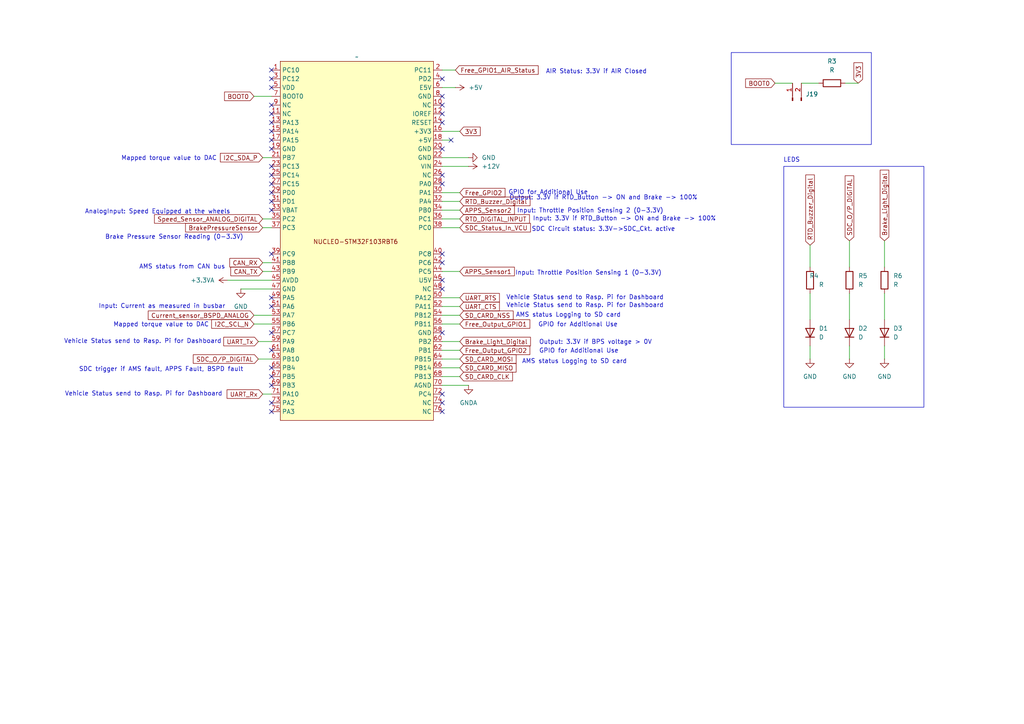
<source format=kicad_sch>
(kicad_sch (version 20231120) (generator "eeschema") (generator_version "8.0")
  (paper "A4")
  (lib_symbols
    (symbol "Connector:Conn_01x02_Pin" (pin_names (offset 1.016) hide)
      (property "Reference" "J" (at 0 2.54 0))
      (property "Value" "Conn_01x02_Pin" (at 0 -5.08 0))
      (symbol "Conn_01x02_Pin_1_1"
        (polyline (pts (xy 1.27 -2.54) (xy 0.8636 -2.54)) (stroke (width 0.1524)))
        (polyline (pts (xy 1.27 0) (xy 0.8636 0)) (stroke (width 0.1524)))
        (rectangle (start 0.8636 -2.413) (end 0 -2.667) (stroke (width 0.1524)) (fill (type outline)))
        (rectangle (start 0.8636 0.127) (end 0 -0.127) (stroke (width 0.1524)) (fill (type outline)))
        (pin passive line (at 5.08 0 180) (length 3.81) (name "Pin_1") (number "1"))
        (pin passive line (at 5.08 -2.54 180) (length 3.81) (name "Pin_2") (number "2"))
      )
    )
    (symbol "Device:D" (pin_numbers hide) (pin_names (offset 1.016) hide)
      (property "Reference" "D" (at 0 2.54 0))
      (property "Value" "D" (at 0 -2.54 0))
      (symbol "D_0_1"
        (polyline (pts (xy -1.27 1.27) (xy -1.27 -1.27)) (stroke (width 0.254)))
        (polyline (pts (xy 1.27 0) (xy -1.27 0)))
        (polyline (pts (xy 1.27 1.27) (xy 1.27 -1.27) (xy -1.27 0) (xy 1.27 1.27)) (stroke (width 0.254)))
      )
      (symbol "D_1_1"
        (pin passive line (at -3.81 0 0) (length 2.54) (name "K") (number "1"))
        (pin passive line (at 3.81 0 180) (length 2.54) (name "A") (number "2"))
      )
    )
    (symbol "Device:R" (pin_numbers hide) (pin_names (offset 0))
      (property "Reference" "R" (at 2.032 0 90))
      (property "Value" "R" (at 0 0 90))
      (symbol "R_0_1"
        (rectangle (start -1.016 -2.54) (end 1.016 2.54) (stroke (width 0.254)))
      )
      (symbol "R_1_1"
        (pin passive line (at 0 3.81 270) (length 1.27) (name "~") (number "1"))
        (pin passive line (at 0 -3.81 90) (length 1.27) (name "~") (number "2"))
      )
    )
    (symbol "STM32F103RBT6_NUCLEO_BOARD:stm32f103rbt6_nucleo_board"
      (property "Reference" "U" (at 0 0 0))
      (symbol "stm32f103rbt6_nucleo_board_1_1"
        (rectangle (start 0 1.27) (end 44.45 -102.87) (fill (type background)))
        (text "NUCLEO-STM32F103RBT6 " (at 22.352 -51.054 0) (effects (font (size 1.27 1.27))))
        (pin input line (at -2.54 -1.27 0) (length 2.54) (name "PC10") (number "1"))
        (pin input line (at 46.99 -11.43 180) (length 2.54) (name "NC") (number "10"))
        (pin input line (at -2.54 -13.97 0) (length 2.54) (name "NC") (number "11"))
        (pin input line (at 46.99 -13.97 180) (length 2.54) (name "IOREF") (number "12"))
        (pin input line (at -2.54 -16.51 0) (length 2.54) (name "PA13") (number "13"))
        (pin input line (at 46.99 -16.51 180) (length 2.54) (name "RESET") (number "14"))
        (pin input line (at -2.54 -19.05 0) (length 2.54) (name "PA14") (number "15"))
        (pin input line (at 46.99 -19.05 180) (length 2.54) (name "+3V3") (number "16"))
        (pin input line (at -2.54 -21.59 0) (length 2.54) (name "PA15") (number "17"))
        (pin input line (at 46.99 -21.59 180) (length 2.54) (name "+5V") (number "18"))
        (pin input line (at -2.54 -24.13 0) (length 2.54) (name "GND") (number "19"))
        (pin input line (at 46.99 -1.27 180) (length 2.54) (name "PC11") (number "2"))
        (pin input line (at 46.99 -24.13 180) (length 2.54) (name "GND") (number "20"))
        (pin input line (at -2.54 -26.67 0) (length 2.54) (name "PB7") (number "21"))
        (pin input line (at 46.99 -26.67 180) (length 2.54) (name "GND") (number "22"))
        (pin input line (at -2.54 -29.21 0) (length 2.54) (name "PC13") (number "23"))
        (pin input line (at 46.99 -29.21 180) (length 2.54) (name "VIN") (number "24"))
        (pin input line (at -2.54 -31.75 0) (length 2.54) (name "PC14") (number "25"))
        (pin input line (at 46.99 -31.75 180) (length 2.54) (name "NC") (number "26"))
        (pin input line (at -2.54 -34.29 0) (length 2.54) (name "PC15") (number "27"))
        (pin input line (at 46.99 -34.29 180) (length 2.54) (name "PA0") (number "28"))
        (pin input line (at -2.54 -36.83 0) (length 2.54) (name "PD0") (number "29"))
        (pin input line (at -2.54 -3.81 0) (length 2.54) (name "PC12") (number "3"))
        (pin input line (at 46.99 -36.83 180) (length 2.54) (name "PA1") (number "30"))
        (pin input line (at -2.54 -39.37 0) (length 2.54) (name "PD1") (number "31"))
        (pin input line (at 46.99 -39.37 180) (length 2.54) (name "PA4") (number "32"))
        (pin input line (at -2.54 -41.91 0) (length 2.54) (name "VBAT") (number "33"))
        (pin input line (at 46.99 -41.91 180) (length 2.54) (name "PB0") (number "34"))
        (pin input line (at -2.54 -44.45 0) (length 2.54) (name "PC2") (number "35"))
        (pin input line (at 46.99 -44.45 180) (length 2.54) (name "PC1") (number "36"))
        (pin input line (at -2.54 -46.99 0) (length 2.54) (name "PC3") (number "37"))
        (pin input line (at 46.99 -46.99 180) (length 2.54) (name "PC0") (number "38"))
        (pin input line (at -2.54 -54.61 0) (length 2.54) (name "PC9") (number "39"))
        (pin input line (at 46.99 -3.81 180) (length 2.54) (name "PD2") (number "4"))
        (pin input line (at 46.99 -54.61 180) (length 2.54) (name "PC8") (number "40"))
        (pin input line (at -2.54 -57.15 0) (length 2.54) (name "PB8") (number "41"))
        (pin input line (at 46.99 -57.15 180) (length 2.54) (name "PC6") (number "42"))
        (pin input line (at -2.54 -59.69 0) (length 2.54) (name "PB9") (number "43"))
        (pin input line (at 46.99 -59.69 180) (length 2.54) (name "PC5") (number "44"))
        (pin input line (at -2.54 -62.23 0) (length 2.54) (name "AVDD") (number "45"))
        (pin input line (at 46.99 -62.23 180) (length 2.54) (name "U5V") (number "46"))
        (pin input line (at -2.54 -64.77 0) (length 2.54) (name "GND") (number "47"))
        (pin input line (at 46.99 -64.77 180) (length 2.54) (name "NC") (number "48"))
        (pin input line (at -2.54 -67.31 0) (length 2.54) (name "PA5") (number "49"))
        (pin input line (at -2.54 -6.35 0) (length 2.54) (name "VDD") (number "5"))
        (pin input line (at 46.99 -67.31 180) (length 2.54) (name "PA12") (number "50"))
        (pin input line (at -2.54 -69.85 0) (length 2.54) (name "PA6") (number "51"))
        (pin input line (at 46.99 -69.85 180) (length 2.54) (name "PA11") (number "52"))
        (pin input line (at -2.54 -72.39 0) (length 2.54) (name "PA7") (number "53"))
        (pin input line (at 46.99 -72.39 180) (length 2.54) (name "PB12") (number "54"))
        (pin input line (at -2.54 -74.93 0) (length 2.54) (name "PB6") (number "55"))
        (pin input line (at 46.99 -74.93 180) (length 2.54) (name "PB11") (number "56"))
        (pin input line (at -2.54 -77.47 0) (length 2.54) (name "PC7") (number "57"))
        (pin input line (at 46.99 -77.47 180) (length 2.54) (name "GND") (number "58"))
        (pin input line (at -2.54 -80.01 0) (length 2.54) (name "PA9") (number "59"))
        (pin input line (at 46.99 -6.35 180) (length 2.54) (name "E5V") (number "6"))
        (pin input line (at 46.99 -80.01 180) (length 2.54) (name "PB2") (number "60"))
        (pin input line (at -2.54 -82.55 0) (length 2.54) (name "PA8") (number "61"))
        (pin input line (at 46.99 -82.55 180) (length 2.54) (name "PB1") (number "62"))
        (pin input line (at -2.54 -85.09 0) (length 2.54) (name "PB10") (number "63"))
        (pin input line (at 46.99 -85.09 180) (length 2.54) (name "PB15") (number "64"))
        (pin input line (at -2.54 -87.63 0) (length 2.54) (name "PB4") (number "65"))
        (pin input line (at 46.99 -87.63 180) (length 2.54) (name "PB14") (number "66"))
        (pin input line (at -2.54 -90.17 0) (length 2.54) (name "PB5") (number "67"))
        (pin input line (at 46.99 -90.17 180) (length 2.54) (name "PB13") (number "68"))
        (pin input line (at -2.54 -92.71 0) (length 2.54) (name "PB3") (number "69"))
        (pin input line (at -2.54 -8.89 0) (length 2.54) (name "BOOT0") (number "7"))
        (pin input line (at 46.99 -92.71 180) (length 2.54) (name "AGND") (number "70"))
        (pin input line (at -2.54 -95.25 0) (length 2.54) (name "PA10") (number "71"))
        (pin input line (at 46.99 -95.25 180) (length 2.54) (name "PC4") (number "72"))
        (pin input line (at -2.54 -97.79 0) (length 2.54) (name "PA2") (number "73"))
        (pin input line (at 46.99 -97.79 180) (length 2.54) (name "NC") (number "74"))
        (pin input line (at -2.54 -100.33 0) (length 2.54) (name "PA3") (number "75"))
        (pin input line (at 46.99 -100.33 180) (length 2.54) (name "NC") (number "76"))
        (pin input line (at 46.99 -8.89 180) (length 2.54) (name "GND") (number "8"))
        (pin input line (at -2.54 -11.43 0) (length 2.54) (name "NC") (number "9"))
      )
    )
    (symbol "power:+12V" (power) (pin_numbers hide) (pin_names (offset 0) hide)
      (property "Value" "+12V" (at 0 3.556 0))
      (symbol "+12V_0_1"
        (polyline (pts (xy -0.762 1.27) (xy 0 2.54)))
        (polyline (pts (xy 0 0) (xy 0 2.54)))
        (polyline (pts (xy 0 2.54) (xy 0.762 1.27)))
      )
      (symbol "+12V_1_1"
        (pin power_in line (at 0 0 90) (length 0) (name "~") (number "1"))
      )
    )
    (symbol "power:+3.3VA" (power) (pin_numbers hide) (pin_names (offset 0) hide)
      (property "Value" "+3.3VA" (at 0 3.556 0))
      (symbol "+3.3VA_0_1"
        (polyline (pts (xy -0.762 1.27) (xy 0 2.54)))
        (polyline (pts (xy 0 0) (xy 0 2.54)))
        (polyline (pts (xy 0 2.54) (xy 0.762 1.27)))
      )
      (symbol "+3.3VA_1_1"
        (pin power_in line (at 0 0 90) (length 0) (name "~") (number "1"))
      )
    )
    (symbol "power:+5V" (power) (pin_numbers hide) (pin_names (offset 0) hide)
      (property "Value" "+5V" (at 0 3.556 0))
      (symbol "+5V_0_1"
        (polyline (pts (xy -0.762 1.27) (xy 0 2.54)))
        (polyline (pts (xy 0 0) (xy 0 2.54)))
        (polyline (pts (xy 0 2.54) (xy 0.762 1.27)))
      )
      (symbol "+5V_1_1"
        (pin power_in line (at 0 0 90) (length 0) (name "~") (number "1"))
      )
    )
    (symbol "power:GND" (power) (pin_numbers hide) (pin_names (offset 0) hide)
      (property "Value" "GND" (at 0 -3.81 0))
      (symbol "GND_0_1"
        (polyline (pts (xy 0 0) (xy 0 -1.27) (xy 1.27 -1.27) (xy 0 -2.54) (xy -1.27 -1.27) (xy 0 -1.27)))
      )
      (symbol "GND_1_1"
        (pin power_in line (at 0 0 270) (length 0) (name "~") (number "1"))
      )
    )
    (symbol "power:GNDA" (power) (pin_numbers hide) (pin_names (offset 0) hide)
      (property "Value" "GNDA" (at 0 -3.81 0))
      (symbol "GNDA_0_1"
        (polyline (pts (xy 0 0) (xy 0 -1.27) (xy 1.27 -1.27) (xy 0 -2.54) (xy -1.27 -1.27) (xy 0 -1.27)))
      )
      (symbol "GNDA_1_1"
        (pin power_in line (at 0 0 270) (length 0) (name "~") (number "1"))
      )
    )
  )
  (no_connect (at 78.74 48.26))
  (no_connect (at 78.74 109.22))
  (no_connect (at 128.27 30.48))
  (no_connect (at 78.74 43.18))
  (no_connect (at 78.74 96.52))
  (no_connect (at 78.74 101.6))
  (no_connect (at 128.27 33.02))
  (no_connect (at 128.27 76.2))
  (no_connect (at 78.74 38.1))
  (no_connect (at 78.74 88.9))
  (no_connect (at 128.27 81.28))
  (no_connect (at 78.74 20.32))
  (no_connect (at 128.27 35.56))
  (no_connect (at 128.27 73.66))
  (no_connect (at 78.74 35.56))
  (no_connect (at 78.74 40.64))
  (no_connect (at 78.74 55.88))
  (no_connect (at 128.27 119.38))
  (no_connect (at 78.74 25.4))
  (no_connect (at 78.74 30.48))
  (no_connect (at 78.74 73.66))
  (no_connect (at 78.74 111.76))
  (no_connect (at 78.74 106.68))
  (no_connect (at 128.27 27.94))
  (no_connect (at 78.74 53.34))
  (no_connect (at 128.27 53.34))
  (no_connect (at 78.74 50.8))
  (no_connect (at 78.74 119.38))
  (no_connect (at 128.27 50.8))
  (no_connect (at 78.74 58.42))
  (no_connect (at 128.27 116.84))
  (no_connect (at 128.27 96.52))
  (no_connect (at 78.74 86.36))
  (no_connect (at 128.27 114.3))
  (no_connect (at 78.74 60.96))
  (no_connect (at 128.27 22.86))
  (no_connect (at 130.81 40.64))
  (no_connect (at 128.27 83.82))
  (no_connect (at 78.74 116.84))
  (no_connect (at 78.74 33.02))
  (no_connect (at 78.74 22.86))
  (no_connect (at 128.27 43.18))
  (wire (pts (xy 76.2 45.72) (xy 78.74 45.72)))
  (wire (pts (xy 128.27 66.04) (xy 133.35 66.04)))
  (wire (pts (xy 76.2 114.3) (xy 78.74 114.3)))
  (wire (pts (xy 232.41 24.13) (xy 237.49 24.13)))
  (wire (pts (xy 76.2 76.2) (xy 78.74 76.2)))
  (wire (pts (xy 128.27 78.74) (xy 133.35 78.74)))
  (wire (pts (xy 234.95 100.33) (xy 234.95 104.14)))
  (wire (pts (xy 128.27 101.6) (xy 133.35 101.6)))
  (wire (pts (xy 128.27 48.26) (xy 135.89 48.26)))
  (wire (pts (xy 245.11 24.13) (xy 248.92 24.13)))
  (wire (pts (xy 69.85 83.82) (xy 78.74 83.82)))
  (wire (pts (xy 128.27 40.64) (xy 130.81 40.64)))
  (wire (pts (xy 128.27 25.4) (xy 132.08 25.4)))
  (wire (pts (xy 128.27 55.88) (xy 133.35 55.88)))
  (wire (pts (xy 66.04 81.28) (xy 78.74 81.28)))
  (wire (pts (xy 246.38 100.33) (xy 246.38 104.14)))
  (wire (pts (xy 73.66 27.94) (xy 78.74 27.94)))
  (wire (pts (xy 234.95 85.09) (xy 234.95 92.71)))
  (wire (pts (xy 128.27 99.06) (xy 133.35 99.06)))
  (wire (pts (xy 128.27 91.44) (xy 133.35 91.44)))
  (wire (pts (xy 128.27 45.72) (xy 135.89 45.72)))
  (wire (pts (xy 128.27 60.96) (xy 133.35 60.96)))
  (wire (pts (xy 246.38 69.85) (xy 246.38 77.47)))
  (wire (pts (xy 76.2 78.74) (xy 78.74 78.74)))
  (wire (pts (xy 128.27 86.36) (xy 133.35 86.36)))
  (wire (pts (xy 256.54 69.85) (xy 256.54 77.47)))
  (wire (pts (xy 128.27 63.5) (xy 133.35 63.5)))
  (wire (pts (xy 128.27 20.32) (xy 132.08 20.32)))
  (wire (pts (xy 256.54 85.09) (xy 256.54 92.71)))
  (wire (pts (xy 246.38 85.09) (xy 246.38 92.71)))
  (wire (pts (xy 73.66 91.44) (xy 78.74 91.44)))
  (wire (pts (xy 128.27 38.1) (xy 133.35 38.1)))
  (wire (pts (xy 74.93 104.14) (xy 78.74 104.14)))
  (wire (pts (xy 73.66 93.98) (xy 78.74 93.98)))
  (wire (pts (xy 128.27 111.76) (xy 135.89 111.76)))
  (wire (pts (xy 224.79 24.13) (xy 229.87 24.13)))
  (wire (pts (xy 256.54 100.33) (xy 256.54 104.14)))
  (wire (pts (xy 128.27 88.9) (xy 133.35 88.9)))
  (wire (pts (xy 128.27 93.98) (xy 133.35 93.98)))
  (wire (pts (xy 128.27 106.68) (xy 133.35 106.68)))
  (wire (pts (xy 128.27 109.22) (xy 133.35 109.22)))
  (wire (pts (xy 76.2 66.04) (xy 78.74 66.04)))
  (wire (pts (xy 128.27 104.14) (xy 133.35 104.14)))
  (wire (pts (xy 76.2 63.5) (xy 78.74 63.5)))
  (wire (pts (xy 234.95 71.12) (xy 234.95 77.47)))
  (wire (pts (xy 74.93 99.06) (xy 78.74 99.06)))
  (wire (pts (xy 128.27 58.42) (xy 133.35 58.42)))
  (rectangle (start 212.09 15.24) (end 252.73 41.91))
  (rectangle (start 227.33 48.26) (end 267.97 118.11))
  (text "LEDS" (at 229.616 46.482 0) (effects (font (size 1.27 1.27))))
  (text "Input: Throttle Position Sensing 1 (0-3.3V)" (at 170.688 79.248 0) (effects (font (size 1.27 1.27))))
  (text "GPIO for Additional Use" (at 159.004 55.88 0) (effects (font (size 1.27 1.27))))
  (text "GPIO for Additional Use" (at 167.894 101.854 0) (effects (font (size 1.27 1.27))))
  (text "GPIO for Additional Use" (at 167.64 94.234 0) (effects (font (size 1.27 1.27))))
  (text "AnalogInput: Speed Equipped at the wheels\n" (at 45.72 61.468 0) (effects (font (size 1.27 1.27))))
  (text "Output: 3.3V if RTD_Button -> ON and Brake -> 100%" (at 175.006 57.404 0) (effects (font (size 1.27 1.27))))
  (text "Vehicle Status send to Rasp. Pi for Dashboard" (at 41.656 114.3 0) (effects (font (size 1.27 1.27))))
  (text "Mapped torque value to DAC" (at 46.736 94.234 0) (effects (font (size 1.27 1.27))))
  (text "AMS status from CAN bus\n" (at 52.832 77.47 0) (effects (font (size 1.27 1.27))))
  (text "AMS status Logging to SD card" (at 166.624 104.902 0) (effects (font (size 1.27 1.27))))
  (text "Vehicle Status send to Rasp. Pi for Dashboard" (at 41.402 99.06 0) (effects (font (size 1.27 1.27))))
  (text "Input: Current as measured in busbar\n" (at 46.99 88.9 0) (effects (font (size 1.27 1.27))))
  (text "Input: Throttle Position Sensing 2 (0-3.3V)" (at 171.196 61.214 0) (effects (font (size 1.27 1.27))))
  (text "Output: 3.3V if BPS voltage > 0V" (at 172.72 99.314 0) (effects (font (size 1.27 1.27))))
  (text "AIR Status: 3.3V if AIR Closed" (at 172.974 20.828 0) (effects (font (size 1.27 1.27))))
  (text "Vehicle Status send to Rasp. Pi for Dashboard" (at 169.672 88.646 0) (effects (font (size 1.27 1.27))))
  (text "Vehicle Status send to Rasp. Pi for Dashboard" (at 169.672 86.36 0) (effects (font (size 1.27 1.27))))
  (text "AMS status Logging to SD card" (at 164.846 91.44 0) (effects (font (size 1.27 1.27))))
  (text "SDC trigger if AMS fault, APPS Fault, BSPD fault" (at 46.736 107.188 0) (effects (font (size 1.27 1.27))))
  (text "SDC Circuit status: 3.3V->SDC_Ckt. active" (at 175.006 66.548 0) (effects (font (size 1.27 1.27))))
  (text "Mapped torque value to DAC" (at 49.022 45.974 0) (effects (font (size 1.27 1.27))))
  (text "Brake Pressure Sensor Reading (0-3.3V)\n" (at 50.546 68.834 0) (effects (font (size 1.27 1.27))))
  (text "Input: 3.3V if RTD_Button -> ON and Brake -> 100%" (at 181.102 63.5 0) (effects (font (size 1.27 1.27))))
  (global_label "SD_CARD_CLK" (shape input) (at 133.35 109.22 0) (property "Intersheetrefs" "${INTERSHEET_REFS}" (effects (hide yes))))
  (global_label "UART_RTS" (shape input) (at 133.35 86.36 0) (property "Intersheetrefs" "${INTERSHEET_REFS}" (effects (hide yes))))
  (global_label "CAN_RX" (shape input) (at 76.2 76.2 180) (property "Intersheetrefs" "${INTERSHEET_REFS}" (effects (hide yes))))
  (global_label "I2C_SCL_N" (shape input) (at 73.66 93.98 180) (property "Intersheetrefs" "${INTERSHEET_REFS}" (effects (hide yes))))
  (global_label "Free_Output_GPIO1" (shape input) (at 133.35 93.98 0) (property "Intersheetrefs" "${INTERSHEET_REFS}" (effects (hide yes))))
  (global_label "BrakePressureSensor" (shape input) (at 76.2 66.04 180) (property "Intersheetrefs" "${INTERSHEET_REFS}" (effects (hide yes))))
  (global_label "I2C_SDA_P" (shape input) (at 76.2 45.72 180) (property "Intersheetrefs" "${INTERSHEET_REFS}" (effects (hide yes))))
  (global_label "Free_GPIO2" (shape input) (at 133.35 55.88 0) (property "Intersheetrefs" "${INTERSHEET_REFS}" (effects (hide yes))))
  (global_label "UART_CTS" (shape input) (at 133.35 88.9 0) (property "Intersheetrefs" "${INTERSHEET_REFS}" (effects (hide yes))))
  (global_label "RTD_Buzzer_Digital" (shape input) (at 133.35 58.42 0) (property "Intersheetrefs" "${INTERSHEET_REFS}" (effects (hide yes))))
  (global_label "BOOT0" (shape input) (at 73.66 27.94 180) (property "Intersheetrefs" "${INTERSHEET_REFS}" (effects (hide yes))))
  (global_label "APPS_Sensor1" (shape input) (at 133.35 78.74 0) (property "Intersheetrefs" "${INTERSHEET_REFS}" (effects (hide yes))))
  (global_label "Brake_Light_Digital" (shape input) (at 256.54 69.85 90) (property "Intersheetrefs" "${INTERSHEET_REFS}" (effects (hide yes))))
  (global_label "SD_CARD_MISO" (shape input) (at 133.35 106.68 0) (property "Intersheetrefs" "${INTERSHEET_REFS}" (effects (hide yes))))
  (global_label "Free_GPIO1_AIR_Status" (shape input) (at 132.08 20.32 0) (property "Intersheetrefs" "${INTERSHEET_REFS}" (effects (hide yes))))
  (global_label "Speed_Sensor_ANALOG_DIGITAL" (shape input) (at 76.2 63.5 180) (property "Intersheetrefs" "${INTERSHEET_REFS}" (effects (hide yes))))
  (global_label "SDC_O{slash}P_DIGITAL" (shape input) (at 74.93 104.14 180) (property "Intersheetrefs" "${INTERSHEET_REFS}" (effects (hide yes))))
  (global_label "UART_Rx" (shape input) (at 76.2 114.3 180) (property "Intersheetrefs" "${INTERSHEET_REFS}" (effects (hide yes))))
  (global_label "Free_Output_GPIO2" (shape input) (at 133.35 101.6 0) (property "Intersheetrefs" "${INTERSHEET_REFS}" (effects (hide yes))))
  (global_label "SD_CARD_NSS" (shape input) (at 133.35 91.44 0) (property "Intersheetrefs" "${INTERSHEET_REFS}" (effects (hide yes))))
  (global_label "Current_sensor_BSPD_ANALOG" (shape input) (at 73.66 91.44 180) (property "Intersheetrefs" "${INTERSHEET_REFS}" (effects (hide yes))))
  (global_label "SDC_O{slash}P_DIGITAL" (shape input) (at 246.38 69.85 90) (property "Intersheetrefs" "${INTERSHEET_REFS}" (effects (hide yes))))
  (global_label "3V3" (shape input) (at 133.35 38.1 0) (property "Intersheetrefs" "${INTERSHEET_REFS}" (effects (hide yes))))
  (global_label "UART_Tx" (shape input) (at 74.93 99.06 180) (property "Intersheetrefs" "${INTERSHEET_REFS}" (effects (hide yes))))
  (global_label "CAN_TX" (shape input) (at 76.2 78.74 180) (property "Intersheetrefs" "${INTERSHEET_REFS}" (effects (hide yes))))
  (global_label "Brake_Light_Digital" (shape input) (at 133.35 99.06 0) (property "Intersheetrefs" "${INTERSHEET_REFS}" (effects (hide yes))))
  (global_label "SDC_Status_In_VCU" (shape input) (at 133.35 66.04 0) (property "Intersheetrefs" "${INTERSHEET_REFS}" (effects (hide yes))))
  (global_label "3V3" (shape input) (at 248.92 24.13 90) (property "Intersheetrefs" "${INTERSHEET_REFS}" (effects (hide yes))))
  (global_label "BOOT0" (shape input) (at 224.79 24.13 180) (property "Intersheetrefs" "${INTERSHEET_REFS}" (effects (hide yes))))
  (global_label "RTD_DIGITAL_INPUT" (shape input) (at 133.35 63.5 0) (property "Intersheetrefs" "${INTERSHEET_REFS}" (effects (hide yes))))
  (global_label "APPS_Sensor2" (shape input) (at 133.35 60.96 0) (property "Intersheetrefs" "${INTERSHEET_REFS}" (effects (hide yes))))
  (global_label "SD_CARD_MOSI" (shape input) (at 133.35 104.14 0) (property "Intersheetrefs" "${INTERSHEET_REFS}" (effects (hide yes))))
  (global_label "RTD_Buzzer_Digital" (shape input) (at 234.95 71.12 90) (property "Intersheetrefs" "${INTERSHEET_REFS}" (effects (hide yes))))
  (symbol (lib_id "Device:R") (at 246.38 81.28 0) (unit 1)
    (property "Reference" "R5" (at 248.92 80.0099 0) (effects (justify left)))
    (property "Value" "R" (at 248.92 82.5499 0) (effects (justify left)))
    (property "Footprint" "Resistor_THT:R_Axial_DIN0204_L3.6mm_D1.6mm_P5.08mm_Horizontal" (effects (hide yes)))
    (property "Description" "Resistor" (effects (hide yes)))
  )
  (symbol (lib_id "power:+3.3VA") (at 66.04 81.28 90) (unit 1)
    (property "Reference" "#PWR019" (effects (hide yes)))
    (property "Value" "+3.3VA" (at 62.23 81.2799 90) (effects (justify left)))
    (property "Description" "Power symbol creates a global label with name \"+3.3VA\"" (effects (hide yes)))
  )
  (symbol (lib_id "power:GND") (at 69.85 83.82 0) (unit 1)
    (property "Reference" "#PWR09" (effects (hide yes)))
    (property "Value" "GND" (at 69.85 88.9 0))
    (property "Description" "Power symbol creates a global label with name \"GND\" , ground" (effects (hide yes)))
  )
  (symbol (lib_id "Device:R") (at 256.54 81.28 0) (unit 1)
    (property "Reference" "R6" (at 259.08 80.0099 0) (effects (justify left)))
    (property "Value" "R" (at 259.08 82.5499 0) (effects (justify left)))
    (property "Footprint" "Resistor_THT:R_Axial_DIN0204_L3.6mm_D1.6mm_P5.08mm_Horizontal" (effects (hide yes)))
    (property "Description" "Resistor" (effects (hide yes)))
  )
  (symbol (lib_id "power:GNDA") (at 135.89 111.76 0) (unit 1)
    (property "Reference" "#PWR018" (effects (hide yes)))
    (property "Value" "GNDA" (at 135.89 116.84 0))
    (property "Description" "Power symbol creates a global label with name \"GNDA\" , analog ground" (effects (hide yes)))
  )
  (symbol (lib_id "Device:R") (at 241.3 24.13 90) (unit 1)
    (property "Reference" "R3" (at 241.3 17.78 90))
    (property "Value" "R" (at 241.3 20.32 90))
    (property "Footprint" "Resistor_THT:R_Axial_DIN0204_L3.6mm_D1.6mm_P5.08mm_Horizontal" (effects (hide yes)))
    (property "Description" "Resistor" (effects (hide yes)))
  )
  (symbol (lib_id "Device:R") (at 234.95 81.28 0) (unit 1)
    (property "Reference" "R4" (at 237.49 80.0099 0) (effects (justify right)))
    (property "Value" "R" (at 237.49 82.5499 0) (effects (justify left)))
    (property "Footprint" "Resistor_THT:R_Axial_DIN0204_L3.6mm_D1.6mm_P5.08mm_Horizontal" (effects (hide yes)))
    (property "Description" "Resistor" (effects (hide yes)))
  )
  (symbol (lib_id "power:GND") (at 234.95 104.14 0) (unit 1)
    (property "Reference" "#PWR023" (effects (hide yes)))
    (property "Value" "GND" (at 234.95 109.22 0))
    (property "Description" "Power symbol creates a global label with name \"GND\" , ground" (effects (hide yes)))
  )
  (symbol (lib_id "power:GND") (at 246.38 104.14 0) (unit 1)
    (property "Reference" "#PWR024" (effects (hide yes)))
    (property "Value" "GND" (at 246.38 109.22 0))
    (property "Description" "Power symbol creates a global label with name \"GND\" , ground" (effects (hide yes)))
  )
  (symbol (lib_id "Device:D") (at 246.38 96.52 90) (unit 1)
    (property "Reference" "D2" (at 248.92 95.2499 90) (effects (justify right)))
    (property "Value" "D" (at 248.92 97.7899 90) (effects (justify right)))
    (property "Footprint" "LED_THT:LED_D4.0mm" (effects (hide yes)))
    (property "Description" "Diode" (effects (hide yes)))
    (property "Sim.Device" "D" (effects (hide yes)))
    (property "Sim.Pins" "1=K 2=A" (effects (hide yes)))
  )
  (symbol (lib_id "power:GND") (at 135.89 45.72 90) (unit 1)
    (property "Reference" "#PWR011" (effects (hide yes)))
    (property "Value" "GND" (at 139.7 45.7199 90) (effects (justify right)))
    (property "Description" "Power symbol creates a global label with name \"GND\" , ground" (effects (hide yes)))
  )
  (symbol (lib_id "Device:D") (at 234.95 96.52 90) (unit 1)
    (property "Reference" "D1" (at 237.49 95.2499 90) (effects (justify right)))
    (property "Value" "D" (at 237.49 97.7899 90) (effects (justify right)))
    (property "Footprint" "LED_THT:LED_D4.0mm" (effects (hide yes)))
    (property "Description" "Diode" (effects (hide yes)))
    (property "Sim.Device" "D" (effects (hide yes)))
    (property "Sim.Pins" "1=K 2=A" (effects (hide yes)))
  )
  (symbol (lib_id "Connector:Conn_01x02_Pin") (at 229.87 29.21 90) (unit 1)
    (property "Reference" "J19" (at 233.68 27.3049 90) (effects (justify right)))
    (property "Value" "Conn_01x02_Pin" (effects (hide yes)))
    (property "Footprint" "Connector_PinHeader_2.54mm:PinHeader_1x02_P2.54mm_Vertical" (effects (hide yes)))
    (property "Description" "Generic connector, single row, 01x02, script generated" (effects (hide yes)))
  )
  (symbol (lib_id "power:+12V") (at 135.89 48.26 270) (unit 1)
    (property "Reference" "#PWR010" (effects (hide yes)))
    (property "Value" "+12V" (at 139.7 48.2599 90) (effects (justify left)))
    (property "Description" "Power symbol creates a global label with name \"+12V\"" (effects (hide yes)))
  )
  (symbol (lib_id "Device:D") (at 256.54 96.52 90) (unit 1)
    (property "Reference" "D3" (at 259.08 95.2499 90) (effects (justify right)))
    (property "Value" "D" (at 259.08 97.7899 90) (effects (justify right)))
    (property "Footprint" "LED_THT:LED_D4.0mm" (effects (hide yes)))
    (property "Description" "Diode" (effects (hide yes)))
    (property "Sim.Device" "D" (effects (hide yes)))
    (property "Sim.Pins" "1=K 2=A" (effects (hide yes)))
  )
  (symbol (lib_id "power:+5V") (at 132.08 25.4 270) (unit 1)
    (property "Reference" "#PWR08" (effects (hide yes)))
    (property "Value" "+5V" (at 135.89 25.3999 90) (effects (justify left)))
    (property "Description" "Power symbol creates a global label with name \"+5V\"" (effects (hide yes)))
  )
  (symbol (lib_id "power:GND") (at 256.54 104.14 0) (unit 1)
    (property "Reference" "#PWR025" (effects (hide yes)))
    (property "Value" "GND" (at 256.54 109.22 0))
    (property "Description" "Power symbol creates a global label with name \"GND\" , ground" (effects (hide yes)))
  )
  (symbol (lib_id "STM32F103RBT6_NUCLEO_BOARD:stm32f103rbt6_nucleo_board") (at 81.28 19.05 0) (unit 1)
    (property "Reference" "U1" (effects (hide yes)))
    (property "Value" "~" (at 103.505 16.51 0))
    (property "Footprint" "NUCLEO-F410RB:ST_NUCLEO-F410RB" (effects (hide yes)))
  )
)
</source>
